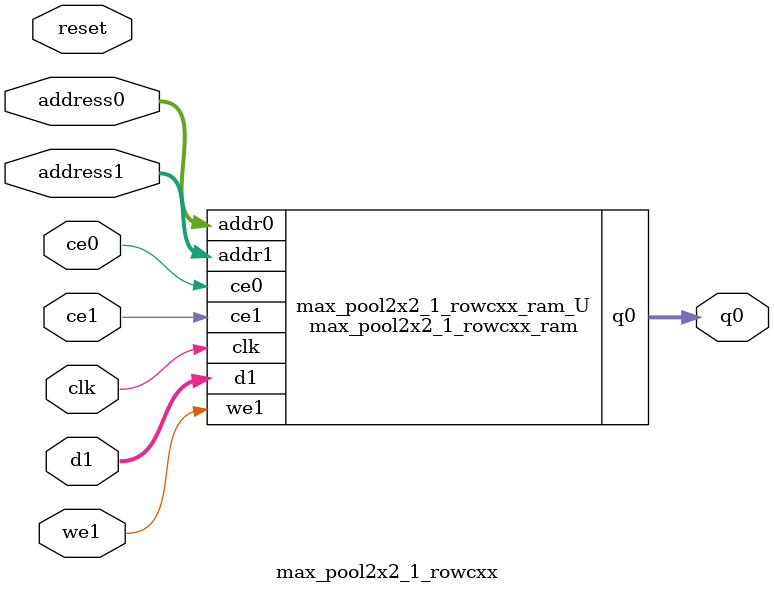
<source format=v>
`timescale 1 ns / 1 ps
module max_pool2x2_1_rowcxx_ram (addr0, ce0, q0, addr1, ce1, d1, we1,  clk);

parameter DWIDTH = 32;
parameter AWIDTH = 9;
parameter MEM_SIZE = 320;

input[AWIDTH-1:0] addr0;
input ce0;
output reg[DWIDTH-1:0] q0;
input[AWIDTH-1:0] addr1;
input ce1;
input[DWIDTH-1:0] d1;
input we1;
input clk;

(* ram_style = "block" *)reg [DWIDTH-1:0] ram[0:MEM_SIZE-1];




always @(posedge clk)  
begin 
    if (ce0) begin
        q0 <= ram[addr0];
    end
end


always @(posedge clk)  
begin 
    if (ce1) begin
        if (we1) 
            ram[addr1] <= d1; 
    end
end


endmodule

`timescale 1 ns / 1 ps
module max_pool2x2_1_rowcxx(
    reset,
    clk,
    address0,
    ce0,
    q0,
    address1,
    ce1,
    we1,
    d1);

parameter DataWidth = 32'd32;
parameter AddressRange = 32'd320;
parameter AddressWidth = 32'd9;
input reset;
input clk;
input[AddressWidth - 1:0] address0;
input ce0;
output[DataWidth - 1:0] q0;
input[AddressWidth - 1:0] address1;
input ce1;
input we1;
input[DataWidth - 1:0] d1;



max_pool2x2_1_rowcxx_ram max_pool2x2_1_rowcxx_ram_U(
    .clk( clk ),
    .addr0( address0 ),
    .ce0( ce0 ),
    .q0( q0 ),
    .addr1( address1 ),
    .ce1( ce1 ),
    .we1( we1 ),
    .d1( d1 ));

endmodule


</source>
